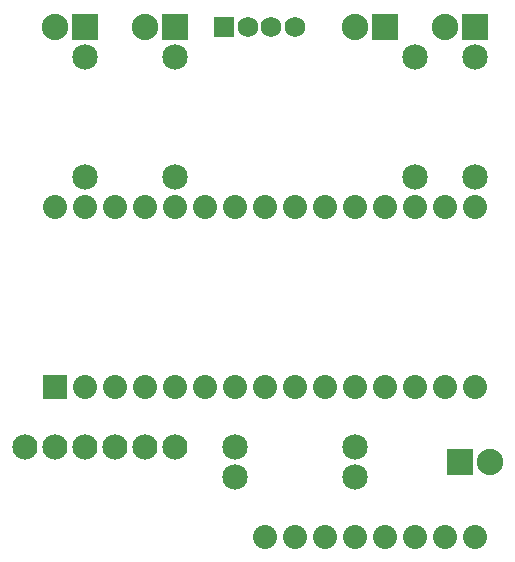
<source format=gbs>
G04 MADE WITH FRITZING*
G04 WWW.FRITZING.ORG*
G04 DOUBLE SIDED*
G04 HOLES PLATED*
G04 CONTOUR ON CENTER OF CONTOUR VECTOR*
%ASAXBY*%
%FSLAX23Y23*%
%MOIN*%
%OFA0B0*%
%SFA1.0B1.0*%
%ADD10C,0.085000*%
%ADD11C,0.088000*%
%ADD12C,0.084000*%
%ADD13C,0.080000*%
%ADD14C,0.069200*%
%ADD15R,0.088000X0.088000*%
%ADD16R,0.080000X0.079972*%
%ADD17R,0.069200X0.069200*%
%LNMASK0*%
G90*
G70*
G54D10*
X1288Y1758D03*
X888Y1758D03*
X688Y3058D03*
X688Y2658D03*
G54D11*
X1638Y1708D03*
X1738Y1708D03*
G54D10*
X1288Y1658D03*
X888Y1658D03*
G54D12*
X188Y1758D03*
X288Y1758D03*
X388Y1758D03*
X488Y1758D03*
X588Y1758D03*
X688Y1758D03*
G54D13*
X1088Y1458D03*
X1488Y1458D03*
X1688Y1458D03*
X1288Y1458D03*
X1588Y1458D03*
X1388Y1458D03*
X1188Y1458D03*
X988Y1458D03*
G54D10*
X388Y3058D03*
X388Y2658D03*
G54D13*
X288Y1958D03*
X388Y1958D03*
X488Y1958D03*
X588Y1958D03*
X688Y1958D03*
X788Y1958D03*
X888Y1958D03*
X988Y1958D03*
X1088Y1958D03*
X1188Y1958D03*
X1288Y1958D03*
X1388Y1958D03*
X1488Y1958D03*
X1588Y1958D03*
X1688Y1958D03*
X288Y2558D03*
X388Y2558D03*
X488Y2558D03*
X588Y2558D03*
X688Y2558D03*
X788Y2558D03*
X888Y2558D03*
X988Y2558D03*
X1088Y2558D03*
X1188Y2558D03*
X1288Y2558D03*
X1388Y2558D03*
X1488Y2558D03*
X1588Y2558D03*
X1688Y2558D03*
G54D10*
X1488Y3058D03*
X1488Y2658D03*
X1688Y3058D03*
X1688Y2658D03*
G54D11*
X688Y3158D03*
X588Y3158D03*
G54D14*
X852Y3158D03*
X1088Y3158D03*
X1010Y3158D03*
X931Y3158D03*
G54D11*
X1388Y3158D03*
X1288Y3158D03*
X1688Y3158D03*
X1588Y3158D03*
X388Y3158D03*
X288Y3158D03*
G54D15*
X1638Y1708D03*
G54D16*
X288Y1958D03*
G54D15*
X688Y3158D03*
G54D17*
X852Y3158D03*
G54D15*
X1388Y3158D03*
X1688Y3158D03*
X388Y3158D03*
G04 End of Mask0*
M02*
</source>
